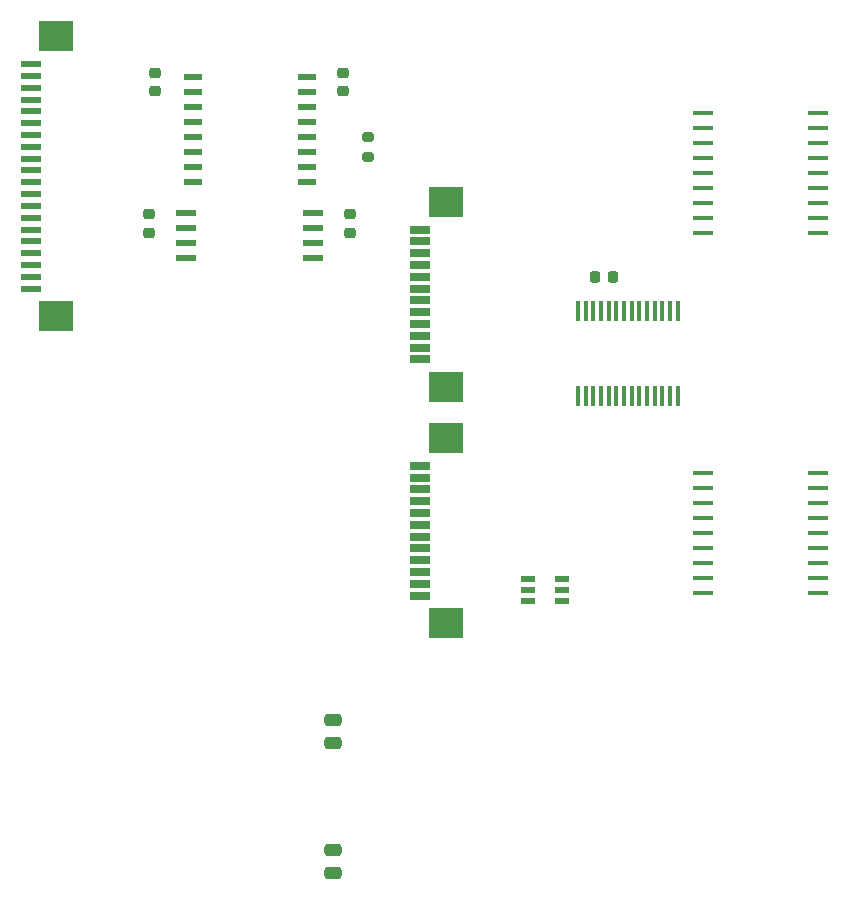
<source format=gbr>
%TF.GenerationSoftware,KiCad,Pcbnew,9.0.2*%
%TF.CreationDate,2025-06-28T16:09:41+03:00*%
%TF.ProjectId,PMCNV-DQ16src,504d434e-562d-4445-9131-367372632e6b,rev?*%
%TF.SameCoordinates,Original*%
%TF.FileFunction,Paste,Top*%
%TF.FilePolarity,Positive*%
%FSLAX46Y46*%
G04 Gerber Fmt 4.6, Leading zero omitted, Abs format (unit mm)*
G04 Created by KiCad (PCBNEW 9.0.2) date 2025-06-28 16:09:41*
%MOMM*%
%LPD*%
G01*
G04 APERTURE LIST*
G04 Aperture macros list*
%AMRoundRect*
0 Rectangle with rounded corners*
0 $1 Rounding radius*
0 $2 $3 $4 $5 $6 $7 $8 $9 X,Y pos of 4 corners*
0 Add a 4 corners polygon primitive as box body*
4,1,4,$2,$3,$4,$5,$6,$7,$8,$9,$2,$3,0*
0 Add four circle primitives for the rounded corners*
1,1,$1+$1,$2,$3*
1,1,$1+$1,$4,$5*
1,1,$1+$1,$6,$7*
1,1,$1+$1,$8,$9*
0 Add four rect primitives between the rounded corners*
20,1,$1+$1,$2,$3,$4,$5,0*
20,1,$1+$1,$4,$5,$6,$7,0*
20,1,$1+$1,$6,$7,$8,$9,0*
20,1,$1+$1,$8,$9,$2,$3,0*%
G04 Aperture macros list end*
%ADD10R,1.800000X0.600000*%
%ADD11R,3.000000X2.600000*%
%ADD12R,1.716000X0.450800*%
%ADD13RoundRect,0.225000X0.225000X0.250000X-0.225000X0.250000X-0.225000X-0.250000X0.225000X-0.250000X0*%
%ADD14R,1.181100X0.558800*%
%ADD15RoundRect,0.225000X-0.250000X0.225000X-0.250000X-0.225000X0.250000X-0.225000X0.250000X0.225000X0*%
%ADD16RoundRect,0.250000X0.475000X-0.250000X0.475000X0.250000X-0.475000X0.250000X-0.475000X-0.250000X0*%
%ADD17R,1.803400X0.635000*%
%ADD18R,2.997200X2.590800*%
%ADD19RoundRect,0.250000X-0.475000X0.250000X-0.475000X-0.250000X0.475000X-0.250000X0.475000X0.250000X0*%
%ADD20R,1.701800X0.558800*%
%ADD21R,0.431800X1.655601*%
%ADD22R,1.549400X0.482600*%
%ADD23RoundRect,0.200000X0.275000X-0.200000X0.275000X0.200000X-0.275000X0.200000X-0.275000X-0.200000X0*%
G04 APERTURE END LIST*
D10*
%TO.C,JM1*%
X-36546000Y10500000D03*
X-36546000Y11500000D03*
X-36546000Y12500000D03*
X-36546000Y13500000D03*
X-36546000Y14500000D03*
X-36546000Y15500000D03*
X-36546000Y16500000D03*
X-36546000Y17500000D03*
X-36546000Y18500000D03*
X-36546000Y19500000D03*
X-36546000Y20500000D03*
X-36546000Y21500000D03*
X-36546000Y22500000D03*
X-36546000Y23500000D03*
X-36546000Y24500000D03*
X-36546000Y25500000D03*
X-36546000Y26500000D03*
X-36546000Y27500000D03*
X-36546000Y28500000D03*
X-36546000Y29500000D03*
D11*
X-34375000Y8150000D03*
X-34375000Y31850000D03*
%TD*%
D12*
%TO.C,U6*%
X20389202Y25400000D03*
X20389202Y24130000D03*
X20389202Y22860000D03*
X20389202Y21590000D03*
X20389202Y20320000D03*
X20389202Y19050000D03*
X20389202Y17780000D03*
X20389202Y16510000D03*
X20389202Y15240000D03*
X30090798Y15240000D03*
X30090798Y16510000D03*
X30090798Y17780000D03*
X30090798Y19050000D03*
X30090798Y20320000D03*
X30090798Y21590000D03*
X30090798Y22860000D03*
X30090798Y24130000D03*
X30090798Y25400000D03*
%TD*%
D13*
%TO.C,C7*%
X12775000Y11500000D03*
X11225000Y11500000D03*
%TD*%
D14*
%TO.C,U10*%
X8466850Y-15950001D03*
X8466850Y-15000000D03*
X8466850Y-14049999D03*
X5533150Y-14049999D03*
X5533150Y-15000000D03*
X5533150Y-15950001D03*
%TD*%
D15*
%TO.C,C1*%
X-26000000Y28775000D03*
X-26000000Y27225000D03*
%TD*%
D16*
%TO.C,C3*%
X-11000000Y-38950000D03*
X-11000000Y-37050000D03*
%TD*%
D17*
%TO.C,J4*%
X-3556000Y-15499992D03*
X-3556000Y-14499994D03*
X-3556000Y-13499996D03*
X-3556000Y-12499998D03*
X-3556000Y-11500000D03*
X-3556000Y-10500000D03*
X-3556000Y-9500000D03*
X-3556000Y-8500000D03*
X-3556000Y-7500002D03*
X-3556000Y-6500004D03*
X-3556000Y-5500006D03*
X-3556000Y-4500008D03*
D18*
X-1385999Y-17850003D03*
X-1385999Y-2149997D03*
%TD*%
D19*
%TO.C,C4*%
X-11000000Y-26050000D03*
X-11000000Y-27950000D03*
%TD*%
D12*
%TO.C,U7*%
X20389202Y-5080000D03*
X20389202Y-6350000D03*
X20389202Y-7620000D03*
X20389202Y-8890000D03*
X20389202Y-10160000D03*
X20389202Y-11430000D03*
X20389202Y-12700000D03*
X20389202Y-13970000D03*
X20389202Y-15240000D03*
X30090798Y-15240000D03*
X30090798Y-13970000D03*
X30090798Y-12700000D03*
X30090798Y-11430000D03*
X30090798Y-10160000D03*
X30090798Y-8890000D03*
X30090798Y-7620000D03*
X30090798Y-6350000D03*
X30090798Y-5080000D03*
%TD*%
D20*
%TO.C,U11*%
X-23384800Y16905000D03*
X-23384800Y15635000D03*
X-23384800Y14365000D03*
X-23384800Y13095000D03*
X-12615200Y13095000D03*
X-12615200Y14365000D03*
X-12615200Y15635000D03*
X-12615200Y16905000D03*
%TD*%
D21*
%TO.C,U3*%
X18225000Y8627801D03*
X17574999Y8627801D03*
X16925000Y8627801D03*
X16274999Y8627801D03*
X15625001Y8627801D03*
X14974999Y8627801D03*
X14325001Y8627801D03*
X13675002Y8627801D03*
X13025001Y8627801D03*
X12375002Y8627801D03*
X11725001Y8627801D03*
X11075002Y8627801D03*
X10425001Y8627801D03*
X9775002Y8627801D03*
X9775000Y1372199D03*
X10425001Y1372199D03*
X11075000Y1372199D03*
X11725001Y1372199D03*
X12374999Y1372199D03*
X13025001Y1372199D03*
X13674999Y1372199D03*
X14325001Y1372199D03*
X14974999Y1372199D03*
X15625001Y1372199D03*
X16274999Y1372199D03*
X16925000Y1372199D03*
X17574999Y1372199D03*
X18225000Y1372199D03*
%TD*%
D22*
%TO.C,U4*%
X-22826000Y28445000D03*
X-22826000Y27175000D03*
X-22826000Y25905000D03*
X-22826000Y24635000D03*
X-22826000Y23365000D03*
X-22826000Y22095000D03*
X-22826000Y20825000D03*
X-22826000Y19555000D03*
X-13174000Y19555000D03*
X-13174000Y20825000D03*
X-13174000Y22095000D03*
X-13174000Y23365000D03*
X-13174000Y24635000D03*
X-13174000Y25905000D03*
X-13174000Y27175000D03*
X-13174000Y28445000D03*
%TD*%
D17*
%TO.C,J2*%
X-3556000Y4500008D03*
X-3556000Y5500006D03*
X-3556000Y6500004D03*
X-3556000Y7500002D03*
X-3556000Y8500000D03*
X-3556000Y9500000D03*
X-3556000Y10500000D03*
X-3556000Y11500000D03*
X-3556000Y12499998D03*
X-3556000Y13499996D03*
X-3556000Y14499994D03*
X-3556000Y15499992D03*
D18*
X-1385999Y2149997D03*
X-1385999Y17850003D03*
%TD*%
D15*
%TO.C,C6*%
X-26500000Y16775000D03*
X-26500000Y15225000D03*
%TD*%
D23*
%TO.C,R1*%
X-8000000Y21675000D03*
X-8000000Y23325000D03*
%TD*%
D15*
%TO.C,C2*%
X-10145000Y28775000D03*
X-10145000Y27225000D03*
%TD*%
%TO.C,C5*%
X-9500000Y16775000D03*
X-9500000Y15225000D03*
%TD*%
M02*

</source>
